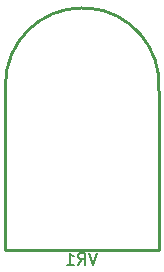
<source format=gbo>
G04 #@! TF.GenerationSoftware,KiCad,Pcbnew,(5.1.6-0-10_14)*
G04 #@! TF.CreationDate,2020-09-09T13:13:31+09:00*
G04 #@! TF.ProjectId,chua,63687561-2e6b-4696-9361-645f70636258,rev?*
G04 #@! TF.SameCoordinates,Original*
G04 #@! TF.FileFunction,Legend,Bot*
G04 #@! TF.FilePolarity,Positive*
%FSLAX46Y46*%
G04 Gerber Fmt 4.6, Leading zero omitted, Abs format (unit mm)*
G04 Created by KiCad (PCBNEW (5.1.6-0-10_14)) date 2020-09-09 13:13:31*
%MOMM*%
%LPD*%
G01*
G04 APERTURE LIST*
%ADD10C,0.250000*%
%ADD11C,0.150000*%
G04 APERTURE END LIST*
D10*
X154504000Y-38404000D02*
X154004000Y-38404000D01*
X160504000Y-58904000D02*
X160504000Y-45404000D01*
X160504000Y-58904000D02*
X147504000Y-58904000D01*
X147504000Y-58904000D02*
X147504000Y-44904000D01*
X154504000Y-38404000D02*
G75*
G02*
X160504000Y-45404000I-500000J-6500000D01*
G01*
X147504000Y-44904000D02*
G75*
G02*
X154004000Y-38404000I6500000J0D01*
G01*
D11*
X155233523Y-59142380D02*
X154900190Y-60142380D01*
X154566857Y-59142380D01*
X153662095Y-60142380D02*
X153995428Y-59666190D01*
X154233523Y-60142380D02*
X154233523Y-59142380D01*
X153852571Y-59142380D01*
X153757333Y-59190000D01*
X153709714Y-59237619D01*
X153662095Y-59332857D01*
X153662095Y-59475714D01*
X153709714Y-59570952D01*
X153757333Y-59618571D01*
X153852571Y-59666190D01*
X154233523Y-59666190D01*
X152709714Y-60142380D02*
X153281142Y-60142380D01*
X152995428Y-60142380D02*
X152995428Y-59142380D01*
X153090666Y-59285238D01*
X153185904Y-59380476D01*
X153281142Y-59428095D01*
M02*

</source>
